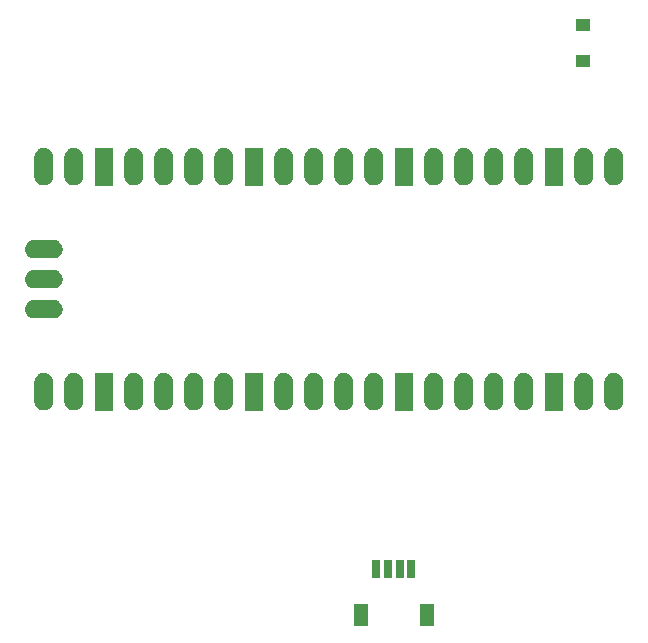
<source format=gbp>
G04 Layer: BottomPasteMaskLayer*
G04 EasyEDA v6.5.40, 2024-04-28 19:39:01*
G04 a67cddfb3fce44daa9051d46cbbcc19f,10*
G04 Gerber Generator version 0.2*
G04 Scale: 100 percent, Rotated: No, Reflected: No *
G04 Dimensions in millimeters *
G04 leading zeros omitted , absolute positions ,4 integer and 5 decimal *
%FSLAX45Y45*%
%MOMM*%

%AMMACRO1*21,1,$1,$2,0,0,$3*%
%AMMACRO2*4,1,4,-0.8,-1.5999,0.8,-1.5999,0.8,1.5999,-0.8,1.5999,-0.8,-1.5999,0*%
%AMMACRO3*4,1,4,-0.8001,-1.5999,0.8001,-1.5999,0.8001,1.5999,-0.8001,1.5999,-0.8001,-1.5999,0*%
%ADD10MACRO1,0.5999X1.5499X0.0000*%
%ADD11MACRO1,1.2002X1.7998X0.0000*%
%ADD12MACRO1,1.1999X1.7998X0.0000*%
%ADD13MACRO1,1X1.1999X90.0000*%
%ADD14MACRO2*%
%ADD15MACRO3*%
%ADD16C,0.0143*%

%LPD*%
D10*
G01*
X8049945Y543813D03*
G01*
X8149945Y543813D03*
G01*
X7849920Y543763D03*
G01*
X7949920Y543763D03*
D11*
G01*
X8279955Y156260D03*
D12*
G01*
X7719948Y156210D03*
D13*
G01*
X9599980Y5154968D03*
G01*
X9599980Y4844986D03*
G36*
X9782987Y3872484D02*
G01*
X9783572Y3862857D01*
X9785324Y3853357D01*
X9788194Y3844112D01*
X9792157Y3835323D01*
X9797161Y3827043D01*
X9803104Y3819448D01*
X9809937Y3812616D01*
X9817557Y3806647D01*
X9825812Y3801643D01*
X9834625Y3797680D01*
X9843846Y3794810D01*
X9853345Y3793083D01*
X9862997Y3792499D01*
X9872624Y3793083D01*
X9882149Y3794810D01*
X9891369Y3797680D01*
X9900183Y3801643D01*
X9908438Y3806647D01*
X9916033Y3812616D01*
X9922865Y3819448D01*
X9928834Y3827043D01*
X9933838Y3835323D01*
X9937800Y3844112D01*
X9940670Y3853357D01*
X9942398Y3862857D01*
X9942982Y3872484D01*
X9942982Y4032504D01*
X9942398Y4042130D01*
X9940670Y4051630D01*
X9937800Y4060850D01*
X9933838Y4069664D01*
X9928834Y4077944D01*
X9922865Y4085539D01*
X9916033Y4092371D01*
X9908438Y4098340D01*
X9900183Y4103319D01*
X9891369Y4107281D01*
X9882149Y4110177D01*
X9872624Y4111904D01*
X9862997Y4112488D01*
X9853345Y4111904D01*
X9843846Y4110177D01*
X9834625Y4107281D01*
X9825812Y4103319D01*
X9817557Y4098340D01*
X9809937Y4092371D01*
X9803104Y4085539D01*
X9797161Y4077944D01*
X9792157Y4069664D01*
X9788194Y4060850D01*
X9785324Y4051630D01*
X9783572Y4042130D01*
X9782987Y4032504D01*
G37*
G36*
X9528987Y3872484D02*
G01*
X9529572Y3862857D01*
X9531324Y3853357D01*
X9534194Y3844112D01*
X9538157Y3835323D01*
X9543161Y3827043D01*
X9549104Y3819448D01*
X9555937Y3812616D01*
X9563557Y3806647D01*
X9571812Y3801643D01*
X9580625Y3797680D01*
X9589846Y3794810D01*
X9599345Y3793083D01*
X9608997Y3792499D01*
X9618624Y3793083D01*
X9628149Y3794810D01*
X9637369Y3797680D01*
X9646183Y3801643D01*
X9654438Y3806647D01*
X9662033Y3812616D01*
X9668865Y3819448D01*
X9674834Y3827043D01*
X9679838Y3835323D01*
X9683800Y3844112D01*
X9686670Y3853357D01*
X9688398Y3862857D01*
X9688982Y3872484D01*
X9688982Y4032504D01*
X9688398Y4042130D01*
X9686670Y4051630D01*
X9683800Y4060850D01*
X9679838Y4069664D01*
X9674834Y4077944D01*
X9668865Y4085539D01*
X9662033Y4092371D01*
X9654438Y4098340D01*
X9646183Y4103319D01*
X9637369Y4107281D01*
X9628149Y4110177D01*
X9618624Y4111904D01*
X9608997Y4112488D01*
X9599345Y4111904D01*
X9589846Y4110177D01*
X9580625Y4107281D01*
X9571812Y4103319D01*
X9563557Y4098340D01*
X9555937Y4092371D01*
X9549104Y4085539D01*
X9543161Y4077944D01*
X9538157Y4069664D01*
X9534194Y4060850D01*
X9531324Y4051630D01*
X9529572Y4042130D01*
X9528987Y4032504D01*
G37*
D14*
G01*
X9354985Y3952494D03*
G36*
X9020987Y3872484D02*
G01*
X9021572Y3862857D01*
X9023324Y3853357D01*
X9026194Y3844112D01*
X9030157Y3835323D01*
X9035161Y3827043D01*
X9041104Y3819448D01*
X9047937Y3812616D01*
X9055557Y3806647D01*
X9063812Y3801643D01*
X9072625Y3797680D01*
X9081846Y3794810D01*
X9091345Y3793083D01*
X9100997Y3792499D01*
X9110649Y3793083D01*
X9120149Y3794810D01*
X9129369Y3797680D01*
X9138183Y3801643D01*
X9146438Y3806647D01*
X9154033Y3812616D01*
X9160865Y3819448D01*
X9166834Y3827043D01*
X9171838Y3835323D01*
X9175800Y3844112D01*
X9178670Y3853357D01*
X9180423Y3862857D01*
X9180982Y3872484D01*
X9180982Y4032504D01*
X9180423Y4042130D01*
X9178670Y4051630D01*
X9175800Y4060850D01*
X9171838Y4069664D01*
X9166834Y4077944D01*
X9160865Y4085539D01*
X9154033Y4092371D01*
X9146438Y4098340D01*
X9138183Y4103319D01*
X9129369Y4107281D01*
X9120149Y4110177D01*
X9110649Y4111904D01*
X9100997Y4112488D01*
X9091345Y4111904D01*
X9081846Y4110177D01*
X9072625Y4107281D01*
X9063812Y4103319D01*
X9055557Y4098340D01*
X9047937Y4092371D01*
X9041104Y4085539D01*
X9035161Y4077944D01*
X9030157Y4069664D01*
X9026194Y4060850D01*
X9023324Y4051630D01*
X9021572Y4042130D01*
X9020987Y4032504D01*
G37*
G36*
X8766987Y3872484D02*
G01*
X8767572Y3862857D01*
X8769324Y3853357D01*
X8772194Y3844112D01*
X8776157Y3835323D01*
X8781161Y3827043D01*
X8787104Y3819448D01*
X8793937Y3812616D01*
X8801557Y3806647D01*
X8809812Y3801643D01*
X8818625Y3797680D01*
X8827846Y3794810D01*
X8837345Y3793083D01*
X8846997Y3792499D01*
X8856649Y3793083D01*
X8866149Y3794810D01*
X8875369Y3797680D01*
X8884183Y3801643D01*
X8892438Y3806647D01*
X8900033Y3812616D01*
X8906865Y3819448D01*
X8912834Y3827043D01*
X8917838Y3835323D01*
X8921800Y3844112D01*
X8924670Y3853357D01*
X8926423Y3862857D01*
X8926982Y3872484D01*
X8926982Y4032504D01*
X8926423Y4042130D01*
X8924670Y4051630D01*
X8921800Y4060850D01*
X8917838Y4069664D01*
X8912834Y4077944D01*
X8906865Y4085539D01*
X8900033Y4092371D01*
X8892438Y4098340D01*
X8884183Y4103319D01*
X8875369Y4107281D01*
X8866149Y4110177D01*
X8856649Y4111904D01*
X8846997Y4112488D01*
X8837345Y4111904D01*
X8827846Y4110177D01*
X8818625Y4107281D01*
X8809812Y4103319D01*
X8801557Y4098340D01*
X8793937Y4092371D01*
X8787104Y4085539D01*
X8781161Y4077944D01*
X8776157Y4069664D01*
X8772194Y4060850D01*
X8769324Y4051630D01*
X8767572Y4042130D01*
X8766987Y4032504D01*
G37*
G36*
X8512987Y3872484D02*
G01*
X8513572Y3862857D01*
X8515324Y3853357D01*
X8518194Y3844112D01*
X8522157Y3835323D01*
X8527161Y3827043D01*
X8533104Y3819448D01*
X8539937Y3812616D01*
X8547557Y3806647D01*
X8555812Y3801643D01*
X8564625Y3797680D01*
X8573846Y3794810D01*
X8583345Y3793083D01*
X8592997Y3792499D01*
X8602649Y3793083D01*
X8612149Y3794810D01*
X8621369Y3797680D01*
X8630183Y3801643D01*
X8638438Y3806647D01*
X8646033Y3812616D01*
X8652865Y3819448D01*
X8658834Y3827043D01*
X8663838Y3835323D01*
X8667800Y3844112D01*
X8670670Y3853357D01*
X8672423Y3862857D01*
X8673007Y3872484D01*
X8673007Y4032504D01*
X8672423Y4042130D01*
X8670670Y4051630D01*
X8667800Y4060850D01*
X8663838Y4069664D01*
X8658834Y4077944D01*
X8652865Y4085539D01*
X8646033Y4092371D01*
X8638438Y4098340D01*
X8630183Y4103319D01*
X8621369Y4107281D01*
X8612149Y4110177D01*
X8602649Y4111904D01*
X8592997Y4112488D01*
X8583345Y4111904D01*
X8573846Y4110177D01*
X8564625Y4107281D01*
X8555812Y4103319D01*
X8547557Y4098340D01*
X8539937Y4092371D01*
X8533104Y4085539D01*
X8527161Y4077944D01*
X8522157Y4069664D01*
X8518194Y4060850D01*
X8515324Y4051630D01*
X8513572Y4042130D01*
X8512987Y4032504D01*
G37*
G36*
X8258987Y3872484D02*
G01*
X8259572Y3862857D01*
X8261324Y3853357D01*
X8264194Y3844112D01*
X8268157Y3835323D01*
X8273161Y3827043D01*
X8279104Y3819448D01*
X8285937Y3812616D01*
X8293557Y3806647D01*
X8301812Y3801643D01*
X8310625Y3797680D01*
X8319846Y3794810D01*
X8329345Y3793083D01*
X8338997Y3792499D01*
X8348649Y3793083D01*
X8358149Y3794810D01*
X8367369Y3797680D01*
X8376183Y3801643D01*
X8384438Y3806647D01*
X8392058Y3812616D01*
X8398865Y3819448D01*
X8404834Y3827043D01*
X8409838Y3835323D01*
X8413800Y3844112D01*
X8416670Y3853357D01*
X8418423Y3862857D01*
X8419007Y3872484D01*
X8419007Y4032504D01*
X8418423Y4042130D01*
X8416670Y4051630D01*
X8413800Y4060850D01*
X8409838Y4069664D01*
X8404834Y4077944D01*
X8398865Y4085539D01*
X8392058Y4092371D01*
X8384438Y4098340D01*
X8376183Y4103319D01*
X8367369Y4107281D01*
X8358149Y4110177D01*
X8348649Y4111904D01*
X8338997Y4112488D01*
X8329345Y4111904D01*
X8319846Y4110177D01*
X8310625Y4107281D01*
X8301812Y4103319D01*
X8293557Y4098340D01*
X8285937Y4092371D01*
X8279104Y4085539D01*
X8273161Y4077944D01*
X8268157Y4069664D01*
X8264194Y4060850D01*
X8261324Y4051630D01*
X8259572Y4042130D01*
X8258987Y4032504D01*
G37*
D15*
G01*
X8084997Y3952494D03*
G36*
X7750987Y3872484D02*
G01*
X7751572Y3862857D01*
X7753324Y3853357D01*
X7756194Y3844112D01*
X7760157Y3835323D01*
X7765161Y3827043D01*
X7771104Y3819448D01*
X7777937Y3812616D01*
X7785557Y3806647D01*
X7793812Y3801643D01*
X7802625Y3797680D01*
X7811846Y3794810D01*
X7821345Y3793083D01*
X7830997Y3792499D01*
X7840649Y3793083D01*
X7850149Y3794810D01*
X7859369Y3797680D01*
X7868183Y3801643D01*
X7876438Y3806647D01*
X7884058Y3812616D01*
X7890865Y3819448D01*
X7896834Y3827043D01*
X7901838Y3835323D01*
X7905800Y3844112D01*
X7908670Y3853357D01*
X7910423Y3862857D01*
X7911007Y3872484D01*
X7911007Y4032504D01*
X7910423Y4042130D01*
X7908670Y4051630D01*
X7905800Y4060850D01*
X7901838Y4069664D01*
X7896834Y4077944D01*
X7890865Y4085539D01*
X7884058Y4092371D01*
X7876438Y4098340D01*
X7868183Y4103319D01*
X7859369Y4107281D01*
X7850149Y4110177D01*
X7840649Y4111904D01*
X7830997Y4112488D01*
X7821345Y4111904D01*
X7811846Y4110177D01*
X7802625Y4107281D01*
X7793812Y4103319D01*
X7785557Y4098340D01*
X7777937Y4092371D01*
X7771104Y4085539D01*
X7765161Y4077944D01*
X7760157Y4069664D01*
X7756194Y4060850D01*
X7753324Y4051630D01*
X7751572Y4042130D01*
X7750987Y4032504D01*
G37*
G36*
X7496987Y3872484D02*
G01*
X7497572Y3862857D01*
X7499324Y3853357D01*
X7502194Y3844112D01*
X7506157Y3835323D01*
X7511161Y3827043D01*
X7517104Y3819448D01*
X7523937Y3812616D01*
X7531557Y3806647D01*
X7539812Y3801643D01*
X7548625Y3797680D01*
X7557846Y3794810D01*
X7567345Y3793083D01*
X7576997Y3792499D01*
X7586649Y3793083D01*
X7596149Y3794810D01*
X7605369Y3797680D01*
X7614183Y3801643D01*
X7622438Y3806647D01*
X7630058Y3812616D01*
X7636865Y3819448D01*
X7642834Y3827043D01*
X7647838Y3835323D01*
X7651800Y3844112D01*
X7654670Y3853357D01*
X7656423Y3862857D01*
X7657007Y3872484D01*
X7657007Y4032504D01*
X7656423Y4042130D01*
X7654670Y4051630D01*
X7651800Y4060850D01*
X7647838Y4069664D01*
X7642834Y4077944D01*
X7636865Y4085539D01*
X7630058Y4092371D01*
X7622438Y4098340D01*
X7614183Y4103319D01*
X7605369Y4107281D01*
X7596149Y4110177D01*
X7586649Y4111904D01*
X7576997Y4112488D01*
X7567345Y4111904D01*
X7557846Y4110177D01*
X7548625Y4107281D01*
X7539812Y4103319D01*
X7531557Y4098340D01*
X7523937Y4092371D01*
X7517104Y4085539D01*
X7511161Y4077944D01*
X7506157Y4069664D01*
X7502194Y4060850D01*
X7499324Y4051630D01*
X7497572Y4042130D01*
X7496987Y4032504D01*
G37*
G36*
X7242987Y3872484D02*
G01*
X7243572Y3862857D01*
X7245324Y3853357D01*
X7248194Y3844112D01*
X7252157Y3835323D01*
X7257161Y3827043D01*
X7263129Y3819448D01*
X7269937Y3812616D01*
X7277557Y3806647D01*
X7285812Y3801643D01*
X7294625Y3797680D01*
X7303846Y3794810D01*
X7313345Y3793083D01*
X7322997Y3792499D01*
X7332649Y3793083D01*
X7342149Y3794810D01*
X7351369Y3797680D01*
X7360183Y3801643D01*
X7368438Y3806647D01*
X7376058Y3812616D01*
X7382890Y3819448D01*
X7388834Y3827043D01*
X7393838Y3835323D01*
X7397800Y3844112D01*
X7400670Y3853357D01*
X7402423Y3862857D01*
X7403007Y3872484D01*
X7403007Y4032504D01*
X7402423Y4042130D01*
X7400670Y4051630D01*
X7397800Y4060850D01*
X7393838Y4069664D01*
X7388834Y4077944D01*
X7382890Y4085539D01*
X7376058Y4092371D01*
X7368438Y4098340D01*
X7360183Y4103319D01*
X7351369Y4107281D01*
X7342149Y4110177D01*
X7332649Y4111904D01*
X7322997Y4112488D01*
X7313345Y4111904D01*
X7303846Y4110177D01*
X7294625Y4107281D01*
X7285812Y4103319D01*
X7277557Y4098340D01*
X7269937Y4092371D01*
X7263129Y4085539D01*
X7257161Y4077944D01*
X7252157Y4069664D01*
X7248194Y4060850D01*
X7245324Y4051630D01*
X7243572Y4042130D01*
X7242987Y4032504D01*
G37*
G36*
X6988987Y3872484D02*
G01*
X6989572Y3862857D01*
X6991324Y3853357D01*
X6994194Y3844112D01*
X6998157Y3835323D01*
X7003161Y3827043D01*
X7009129Y3819448D01*
X7015937Y3812616D01*
X7023557Y3806647D01*
X7031812Y3801643D01*
X7040625Y3797680D01*
X7049846Y3794810D01*
X7059345Y3793083D01*
X7068997Y3792499D01*
X7078649Y3793083D01*
X7088149Y3794810D01*
X7097369Y3797680D01*
X7106183Y3801643D01*
X7114438Y3806647D01*
X7122058Y3812616D01*
X7128890Y3819448D01*
X7134834Y3827043D01*
X7139838Y3835323D01*
X7143800Y3844112D01*
X7146670Y3853357D01*
X7148423Y3862857D01*
X7149007Y3872484D01*
X7149007Y4032504D01*
X7148423Y4042130D01*
X7146670Y4051630D01*
X7143800Y4060850D01*
X7139838Y4069664D01*
X7134834Y4077944D01*
X7128890Y4085539D01*
X7122058Y4092371D01*
X7114438Y4098340D01*
X7106183Y4103319D01*
X7097369Y4107281D01*
X7088149Y4110177D01*
X7078649Y4111904D01*
X7068997Y4112488D01*
X7059345Y4111904D01*
X7049846Y4110177D01*
X7040625Y4107281D01*
X7031812Y4103319D01*
X7023557Y4098340D01*
X7015937Y4092371D01*
X7009129Y4085539D01*
X7003161Y4077944D01*
X6998157Y4069664D01*
X6994194Y4060850D01*
X6991324Y4051630D01*
X6989572Y4042130D01*
X6988987Y4032504D01*
G37*
G01*
X6814997Y3952494D03*
G36*
X6480987Y3872484D02*
G01*
X6481572Y3862857D01*
X6483324Y3853357D01*
X6486194Y3844112D01*
X6490157Y3835323D01*
X6495161Y3827043D01*
X6501129Y3819448D01*
X6507937Y3812616D01*
X6515557Y3806647D01*
X6523812Y3801643D01*
X6532625Y3797680D01*
X6541846Y3794810D01*
X6551345Y3793083D01*
X6560997Y3792499D01*
X6570649Y3793083D01*
X6580149Y3794810D01*
X6589369Y3797680D01*
X6598183Y3801643D01*
X6606438Y3806647D01*
X6614058Y3812616D01*
X6620890Y3819448D01*
X6626834Y3827043D01*
X6631838Y3835323D01*
X6635800Y3844112D01*
X6638670Y3853357D01*
X6640423Y3862857D01*
X6641007Y3872484D01*
X6641007Y4032504D01*
X6640423Y4042130D01*
X6638670Y4051630D01*
X6635800Y4060850D01*
X6631838Y4069664D01*
X6626834Y4077944D01*
X6620890Y4085539D01*
X6614058Y4092371D01*
X6606438Y4098340D01*
X6598183Y4103319D01*
X6589369Y4107281D01*
X6580149Y4110177D01*
X6570649Y4111904D01*
X6560997Y4112488D01*
X6551345Y4111904D01*
X6541846Y4110177D01*
X6532625Y4107281D01*
X6523812Y4103319D01*
X6515557Y4098340D01*
X6507937Y4092371D01*
X6501129Y4085539D01*
X6495161Y4077944D01*
X6490157Y4069664D01*
X6486194Y4060850D01*
X6483324Y4051630D01*
X6481572Y4042130D01*
X6480987Y4032504D01*
G37*
G36*
X6226987Y3872484D02*
G01*
X6227572Y3862857D01*
X6229324Y3853357D01*
X6232194Y3844112D01*
X6236157Y3835323D01*
X6241161Y3827043D01*
X6247129Y3819448D01*
X6253962Y3812616D01*
X6261557Y3806647D01*
X6269812Y3801643D01*
X6278625Y3797680D01*
X6287846Y3794810D01*
X6297345Y3793083D01*
X6306997Y3792499D01*
X6316649Y3793083D01*
X6326149Y3794810D01*
X6335369Y3797680D01*
X6344183Y3801643D01*
X6352438Y3806647D01*
X6360058Y3812616D01*
X6366890Y3819448D01*
X6372834Y3827043D01*
X6377838Y3835323D01*
X6381800Y3844112D01*
X6384670Y3853357D01*
X6386423Y3862857D01*
X6387007Y3872484D01*
X6387007Y4032504D01*
X6386423Y4042130D01*
X6384670Y4051630D01*
X6381800Y4060850D01*
X6377838Y4069664D01*
X6372834Y4077944D01*
X6366890Y4085539D01*
X6360058Y4092371D01*
X6352438Y4098340D01*
X6344183Y4103319D01*
X6335369Y4107281D01*
X6326149Y4110177D01*
X6316649Y4111904D01*
X6306997Y4112488D01*
X6297345Y4111904D01*
X6287846Y4110177D01*
X6278625Y4107281D01*
X6269812Y4103319D01*
X6261557Y4098340D01*
X6253962Y4092371D01*
X6247129Y4085539D01*
X6241161Y4077944D01*
X6236157Y4069664D01*
X6232194Y4060850D01*
X6229324Y4051630D01*
X6227572Y4042130D01*
X6226987Y4032504D01*
G37*
G36*
X5973013Y3872484D02*
G01*
X5973572Y3862857D01*
X5975324Y3853357D01*
X5978194Y3844112D01*
X5982157Y3835323D01*
X5987161Y3827043D01*
X5993129Y3819448D01*
X5999962Y3812616D01*
X6007557Y3806647D01*
X6015812Y3801643D01*
X6024625Y3797680D01*
X6033846Y3794810D01*
X6043345Y3793083D01*
X6052997Y3792499D01*
X6062649Y3793083D01*
X6072149Y3794810D01*
X6081369Y3797680D01*
X6090183Y3801643D01*
X6098438Y3806647D01*
X6106058Y3812616D01*
X6112890Y3819448D01*
X6118834Y3827043D01*
X6123838Y3835323D01*
X6127800Y3844112D01*
X6130670Y3853357D01*
X6132423Y3862857D01*
X6133007Y3872484D01*
X6133007Y4032504D01*
X6132423Y4042130D01*
X6130670Y4051630D01*
X6127800Y4060850D01*
X6123838Y4069664D01*
X6118834Y4077944D01*
X6112890Y4085539D01*
X6106058Y4092371D01*
X6098438Y4098340D01*
X6090183Y4103319D01*
X6081369Y4107281D01*
X6072149Y4110177D01*
X6062649Y4111904D01*
X6052997Y4112488D01*
X6043345Y4111904D01*
X6033846Y4110177D01*
X6024625Y4107281D01*
X6015812Y4103319D01*
X6007557Y4098340D01*
X5999962Y4092371D01*
X5993129Y4085539D01*
X5987161Y4077944D01*
X5982157Y4069664D01*
X5978194Y4060850D01*
X5975324Y4051630D01*
X5973572Y4042130D01*
X5973013Y4032504D01*
G37*
G36*
X5719013Y3872484D02*
G01*
X5719572Y3862857D01*
X5721324Y3853357D01*
X5724194Y3844112D01*
X5728157Y3835323D01*
X5733161Y3827043D01*
X5739129Y3819448D01*
X5745962Y3812616D01*
X5753557Y3806647D01*
X5761812Y3801643D01*
X5770625Y3797680D01*
X5779846Y3794810D01*
X5789345Y3793083D01*
X5798997Y3792499D01*
X5808649Y3793083D01*
X5818149Y3794810D01*
X5827369Y3797680D01*
X5836183Y3801643D01*
X5844438Y3806647D01*
X5852058Y3812616D01*
X5858890Y3819448D01*
X5864834Y3827043D01*
X5869838Y3835323D01*
X5873800Y3844112D01*
X5876670Y3853357D01*
X5878423Y3862857D01*
X5879007Y3872484D01*
X5879007Y4032504D01*
X5878423Y4042130D01*
X5876670Y4051630D01*
X5873800Y4060850D01*
X5869838Y4069664D01*
X5864834Y4077944D01*
X5858890Y4085539D01*
X5852058Y4092371D01*
X5844438Y4098340D01*
X5836183Y4103319D01*
X5827369Y4107281D01*
X5818149Y4110177D01*
X5808649Y4111904D01*
X5798997Y4112488D01*
X5789345Y4111904D01*
X5779846Y4110177D01*
X5770625Y4107281D01*
X5761812Y4103319D01*
X5753557Y4098340D01*
X5745962Y4092371D01*
X5739129Y4085539D01*
X5733161Y4077944D01*
X5728157Y4069664D01*
X5724194Y4060850D01*
X5721324Y4051630D01*
X5719572Y4042130D01*
X5719013Y4032504D01*
G37*
D14*
G01*
X5545010Y3952494D03*
G36*
X5211013Y3872484D02*
G01*
X5211597Y3862857D01*
X5213324Y3853357D01*
X5216194Y3844112D01*
X5220157Y3835323D01*
X5225161Y3827043D01*
X5231129Y3819448D01*
X5237962Y3812616D01*
X5245557Y3806647D01*
X5253812Y3801643D01*
X5262625Y3797680D01*
X5271846Y3794810D01*
X5281371Y3793083D01*
X5290997Y3792499D01*
X5300649Y3793083D01*
X5310149Y3794810D01*
X5319369Y3797680D01*
X5328183Y3801643D01*
X5336438Y3806647D01*
X5344058Y3812616D01*
X5350890Y3819448D01*
X5356834Y3827043D01*
X5361838Y3835323D01*
X5365800Y3844112D01*
X5368670Y3853357D01*
X5370423Y3862857D01*
X5371007Y3872484D01*
X5371007Y4032504D01*
X5370423Y4042130D01*
X5368670Y4051630D01*
X5365800Y4060850D01*
X5361838Y4069664D01*
X5356834Y4077944D01*
X5350890Y4085539D01*
X5344058Y4092371D01*
X5336438Y4098340D01*
X5328183Y4103319D01*
X5319369Y4107281D01*
X5310149Y4110177D01*
X5300649Y4111904D01*
X5290997Y4112488D01*
X5281371Y4111904D01*
X5271846Y4110177D01*
X5262625Y4107281D01*
X5253812Y4103319D01*
X5245557Y4098340D01*
X5237962Y4092371D01*
X5231129Y4085539D01*
X5225161Y4077944D01*
X5220157Y4069664D01*
X5216194Y4060850D01*
X5213324Y4051630D01*
X5211597Y4042130D01*
X5211013Y4032504D01*
G37*
G36*
X4957013Y3872484D02*
G01*
X4957597Y3862857D01*
X4959324Y3853357D01*
X4962194Y3844112D01*
X4966157Y3835323D01*
X4971161Y3827043D01*
X4977129Y3819448D01*
X4983962Y3812616D01*
X4991557Y3806647D01*
X4999812Y3801643D01*
X5008625Y3797680D01*
X5017846Y3794810D01*
X5027371Y3793083D01*
X5036997Y3792499D01*
X5046649Y3793083D01*
X5056149Y3794810D01*
X5065369Y3797680D01*
X5074183Y3801643D01*
X5082438Y3806647D01*
X5090058Y3812616D01*
X5096890Y3819448D01*
X5102834Y3827043D01*
X5107838Y3835323D01*
X5111800Y3844112D01*
X5114670Y3853357D01*
X5116423Y3862857D01*
X5117007Y3872484D01*
X5117007Y4032504D01*
X5116423Y4042130D01*
X5114670Y4051630D01*
X5111800Y4060850D01*
X5107838Y4069664D01*
X5102834Y4077944D01*
X5096890Y4085539D01*
X5090058Y4092371D01*
X5082438Y4098340D01*
X5074183Y4103319D01*
X5065369Y4107281D01*
X5056149Y4110177D01*
X5046649Y4111904D01*
X5036997Y4112488D01*
X5027371Y4111904D01*
X5017846Y4110177D01*
X5008625Y4107281D01*
X4999812Y4103319D01*
X4991557Y4098340D01*
X4983962Y4092371D01*
X4977129Y4085539D01*
X4971161Y4077944D01*
X4966157Y4069664D01*
X4962194Y4060850D01*
X4959324Y4051630D01*
X4957597Y4042130D01*
X4957013Y4032504D01*
G37*
G36*
X4957013Y1967484D02*
G01*
X4957597Y1957857D01*
X4959324Y1948357D01*
X4962194Y1939137D01*
X4966157Y1930323D01*
X4971161Y1922043D01*
X4977129Y1914448D01*
X4983962Y1907616D01*
X4991557Y1901647D01*
X4999812Y1896668D01*
X5008625Y1892706D01*
X5017846Y1889810D01*
X5027371Y1888083D01*
X5036997Y1887499D01*
X5046649Y1888083D01*
X5056149Y1889810D01*
X5065369Y1892706D01*
X5074183Y1896668D01*
X5082438Y1901647D01*
X5090058Y1907616D01*
X5096890Y1914448D01*
X5102834Y1922043D01*
X5107838Y1930323D01*
X5111800Y1939137D01*
X5114670Y1948357D01*
X5116423Y1957857D01*
X5117007Y1967484D01*
X5117007Y2127504D01*
X5116423Y2137130D01*
X5114670Y2146630D01*
X5111800Y2155875D01*
X5107838Y2164664D01*
X5102834Y2172944D01*
X5096890Y2180539D01*
X5090058Y2187371D01*
X5082438Y2193340D01*
X5074183Y2198344D01*
X5065369Y2202306D01*
X5056149Y2205177D01*
X5046649Y2206904D01*
X5036997Y2207488D01*
X5027371Y2206904D01*
X5017846Y2205177D01*
X5008625Y2202306D01*
X4999812Y2198344D01*
X4991557Y2193340D01*
X4983962Y2187371D01*
X4977129Y2180539D01*
X4971161Y2172944D01*
X4966157Y2164664D01*
X4962194Y2155875D01*
X4959324Y2146630D01*
X4957597Y2137130D01*
X4957013Y2127504D01*
G37*
G36*
X5211013Y1967484D02*
G01*
X5211597Y1957857D01*
X5213324Y1948357D01*
X5216194Y1939137D01*
X5220157Y1930323D01*
X5225161Y1922043D01*
X5231129Y1914448D01*
X5237962Y1907616D01*
X5245557Y1901647D01*
X5253812Y1896668D01*
X5262625Y1892706D01*
X5271846Y1889810D01*
X5281371Y1888083D01*
X5290997Y1887499D01*
X5300649Y1888083D01*
X5310149Y1889810D01*
X5319369Y1892706D01*
X5328183Y1896668D01*
X5336438Y1901647D01*
X5344058Y1907616D01*
X5350890Y1914448D01*
X5356834Y1922043D01*
X5361838Y1930323D01*
X5365800Y1939137D01*
X5368670Y1948357D01*
X5370423Y1957857D01*
X5371007Y1967484D01*
X5371007Y2127504D01*
X5370423Y2137130D01*
X5368670Y2146630D01*
X5365800Y2155875D01*
X5361838Y2164664D01*
X5356834Y2172944D01*
X5350890Y2180539D01*
X5344058Y2187371D01*
X5336438Y2193340D01*
X5328183Y2198344D01*
X5319369Y2202306D01*
X5310149Y2205177D01*
X5300649Y2206904D01*
X5290997Y2207488D01*
X5281371Y2206904D01*
X5271846Y2205177D01*
X5262625Y2202306D01*
X5253812Y2198344D01*
X5245557Y2193340D01*
X5237962Y2187371D01*
X5231129Y2180539D01*
X5225161Y2172944D01*
X5220157Y2164664D01*
X5216194Y2155875D01*
X5213324Y2146630D01*
X5211597Y2137130D01*
X5211013Y2127504D01*
G37*
G01*
X5545010Y2047494D03*
G36*
X5719013Y1967484D02*
G01*
X5719572Y1957857D01*
X5721324Y1948357D01*
X5724194Y1939137D01*
X5728157Y1930323D01*
X5733161Y1922043D01*
X5739129Y1914448D01*
X5745962Y1907616D01*
X5753557Y1901647D01*
X5761812Y1896668D01*
X5770625Y1892706D01*
X5779846Y1889810D01*
X5789345Y1888083D01*
X5798997Y1887499D01*
X5808649Y1888083D01*
X5818149Y1889810D01*
X5827369Y1892706D01*
X5836183Y1896668D01*
X5844438Y1901647D01*
X5852058Y1907616D01*
X5858890Y1914448D01*
X5864834Y1922043D01*
X5869838Y1930323D01*
X5873800Y1939137D01*
X5876670Y1948357D01*
X5878423Y1957857D01*
X5879007Y1967484D01*
X5879007Y2127504D01*
X5878423Y2137130D01*
X5876670Y2146630D01*
X5873800Y2155875D01*
X5869838Y2164664D01*
X5864834Y2172944D01*
X5858890Y2180539D01*
X5852058Y2187371D01*
X5844438Y2193340D01*
X5836183Y2198344D01*
X5827369Y2202306D01*
X5818149Y2205177D01*
X5808649Y2206904D01*
X5798997Y2207488D01*
X5789345Y2206904D01*
X5779846Y2205177D01*
X5770625Y2202306D01*
X5761812Y2198344D01*
X5753557Y2193340D01*
X5745962Y2187371D01*
X5739129Y2180539D01*
X5733161Y2172944D01*
X5728157Y2164664D01*
X5724194Y2155875D01*
X5721324Y2146630D01*
X5719572Y2137130D01*
X5719013Y2127504D01*
G37*
G36*
X5973013Y1967484D02*
G01*
X5973572Y1957857D01*
X5975324Y1948357D01*
X5978194Y1939137D01*
X5982157Y1930323D01*
X5987161Y1922043D01*
X5993129Y1914448D01*
X5999962Y1907616D01*
X6007557Y1901647D01*
X6015812Y1896668D01*
X6024625Y1892706D01*
X6033846Y1889810D01*
X6043345Y1888083D01*
X6052997Y1887499D01*
X6062649Y1888083D01*
X6072149Y1889810D01*
X6081369Y1892706D01*
X6090183Y1896668D01*
X6098438Y1901647D01*
X6106058Y1907616D01*
X6112890Y1914448D01*
X6118834Y1922043D01*
X6123838Y1930323D01*
X6127800Y1939137D01*
X6130670Y1948357D01*
X6132423Y1957857D01*
X6133007Y1967484D01*
X6133007Y2127504D01*
X6132423Y2137130D01*
X6130670Y2146630D01*
X6127800Y2155875D01*
X6123838Y2164664D01*
X6118834Y2172944D01*
X6112890Y2180539D01*
X6106058Y2187371D01*
X6098438Y2193340D01*
X6090183Y2198344D01*
X6081369Y2202306D01*
X6072149Y2205177D01*
X6062649Y2206904D01*
X6052997Y2207488D01*
X6043345Y2206904D01*
X6033846Y2205177D01*
X6024625Y2202306D01*
X6015812Y2198344D01*
X6007557Y2193340D01*
X5999962Y2187371D01*
X5993129Y2180539D01*
X5987161Y2172944D01*
X5982157Y2164664D01*
X5978194Y2155875D01*
X5975324Y2146630D01*
X5973572Y2137130D01*
X5973013Y2127504D01*
G37*
G36*
X6226987Y1967484D02*
G01*
X6227572Y1957857D01*
X6229324Y1948357D01*
X6232194Y1939137D01*
X6236157Y1930323D01*
X6241161Y1922043D01*
X6247129Y1914448D01*
X6253962Y1907616D01*
X6261557Y1901647D01*
X6269812Y1896668D01*
X6278625Y1892706D01*
X6287846Y1889810D01*
X6297345Y1888083D01*
X6306997Y1887499D01*
X6316649Y1888083D01*
X6326149Y1889810D01*
X6335369Y1892706D01*
X6344183Y1896668D01*
X6352438Y1901647D01*
X6360058Y1907616D01*
X6366890Y1914448D01*
X6372834Y1922043D01*
X6377838Y1930323D01*
X6381800Y1939137D01*
X6384670Y1948357D01*
X6386423Y1957857D01*
X6387007Y1967484D01*
X6387007Y2127504D01*
X6386423Y2137130D01*
X6384670Y2146630D01*
X6381800Y2155875D01*
X6377838Y2164664D01*
X6372834Y2172944D01*
X6366890Y2180539D01*
X6360058Y2187371D01*
X6352438Y2193340D01*
X6344183Y2198344D01*
X6335369Y2202306D01*
X6326149Y2205177D01*
X6316649Y2206904D01*
X6306997Y2207488D01*
X6297345Y2206904D01*
X6287846Y2205177D01*
X6278625Y2202306D01*
X6269812Y2198344D01*
X6261557Y2193340D01*
X6253962Y2187371D01*
X6247129Y2180539D01*
X6241161Y2172944D01*
X6236157Y2164664D01*
X6232194Y2155875D01*
X6229324Y2146630D01*
X6227572Y2137130D01*
X6226987Y2127504D01*
G37*
G36*
X6480987Y1967484D02*
G01*
X6481572Y1957857D01*
X6483324Y1948357D01*
X6486194Y1939137D01*
X6490157Y1930323D01*
X6495161Y1922043D01*
X6501129Y1914448D01*
X6507937Y1907616D01*
X6515557Y1901647D01*
X6523812Y1896668D01*
X6532625Y1892706D01*
X6541846Y1889810D01*
X6551345Y1888083D01*
X6560997Y1887499D01*
X6570649Y1888083D01*
X6580149Y1889810D01*
X6589369Y1892706D01*
X6598183Y1896668D01*
X6606438Y1901647D01*
X6614058Y1907616D01*
X6620890Y1914448D01*
X6626834Y1922043D01*
X6631838Y1930323D01*
X6635800Y1939137D01*
X6638670Y1948357D01*
X6640423Y1957857D01*
X6641007Y1967484D01*
X6641007Y2127504D01*
X6640423Y2137130D01*
X6638670Y2146630D01*
X6635800Y2155875D01*
X6631838Y2164664D01*
X6626834Y2172944D01*
X6620890Y2180539D01*
X6614058Y2187371D01*
X6606438Y2193340D01*
X6598183Y2198344D01*
X6589369Y2202306D01*
X6580149Y2205177D01*
X6570649Y2206904D01*
X6560997Y2207488D01*
X6551345Y2206904D01*
X6541846Y2205177D01*
X6532625Y2202306D01*
X6523812Y2198344D01*
X6515557Y2193340D01*
X6507937Y2187371D01*
X6501129Y2180539D01*
X6495161Y2172944D01*
X6490157Y2164664D01*
X6486194Y2155875D01*
X6483324Y2146630D01*
X6481572Y2137130D01*
X6480987Y2127504D01*
G37*
D15*
G01*
X6814997Y2047494D03*
G36*
X6988987Y1967484D02*
G01*
X6989572Y1957857D01*
X6991324Y1948357D01*
X6994194Y1939137D01*
X6998157Y1930323D01*
X7003161Y1922043D01*
X7009129Y1914448D01*
X7015937Y1907616D01*
X7023557Y1901647D01*
X7031812Y1896668D01*
X7040625Y1892706D01*
X7049846Y1889810D01*
X7059345Y1888083D01*
X7068997Y1887499D01*
X7078649Y1888083D01*
X7088149Y1889810D01*
X7097369Y1892706D01*
X7106183Y1896668D01*
X7114438Y1901647D01*
X7122058Y1907616D01*
X7128890Y1914448D01*
X7134834Y1922043D01*
X7139838Y1930323D01*
X7143800Y1939137D01*
X7146670Y1948357D01*
X7148423Y1957857D01*
X7149007Y1967484D01*
X7149007Y2127504D01*
X7148423Y2137130D01*
X7146670Y2146630D01*
X7143800Y2155875D01*
X7139838Y2164664D01*
X7134834Y2172944D01*
X7128890Y2180539D01*
X7122058Y2187371D01*
X7114438Y2193340D01*
X7106183Y2198344D01*
X7097369Y2202306D01*
X7088149Y2205177D01*
X7078649Y2206904D01*
X7068997Y2207488D01*
X7059345Y2206904D01*
X7049846Y2205177D01*
X7040625Y2202306D01*
X7031812Y2198344D01*
X7023557Y2193340D01*
X7015937Y2187371D01*
X7009129Y2180539D01*
X7003161Y2172944D01*
X6998157Y2164664D01*
X6994194Y2155875D01*
X6991324Y2146630D01*
X6989572Y2137130D01*
X6988987Y2127504D01*
G37*
G36*
X7242987Y1967484D02*
G01*
X7243572Y1957857D01*
X7245324Y1948357D01*
X7248194Y1939137D01*
X7252157Y1930323D01*
X7257161Y1922043D01*
X7263129Y1914448D01*
X7269937Y1907616D01*
X7277557Y1901647D01*
X7285812Y1896668D01*
X7294625Y1892706D01*
X7303846Y1889810D01*
X7313345Y1888083D01*
X7322997Y1887499D01*
X7332649Y1888083D01*
X7342149Y1889810D01*
X7351369Y1892706D01*
X7360183Y1896668D01*
X7368438Y1901647D01*
X7376058Y1907616D01*
X7382890Y1914448D01*
X7388834Y1922043D01*
X7393838Y1930323D01*
X7397800Y1939137D01*
X7400670Y1948357D01*
X7402423Y1957857D01*
X7403007Y1967484D01*
X7403007Y2127504D01*
X7402423Y2137130D01*
X7400670Y2146630D01*
X7397800Y2155875D01*
X7393838Y2164664D01*
X7388834Y2172944D01*
X7382890Y2180539D01*
X7376058Y2187371D01*
X7368438Y2193340D01*
X7360183Y2198344D01*
X7351369Y2202306D01*
X7342149Y2205177D01*
X7332649Y2206904D01*
X7322997Y2207488D01*
X7313345Y2206904D01*
X7303846Y2205177D01*
X7294625Y2202306D01*
X7285812Y2198344D01*
X7277557Y2193340D01*
X7269937Y2187371D01*
X7263129Y2180539D01*
X7257161Y2172944D01*
X7252157Y2164664D01*
X7248194Y2155875D01*
X7245324Y2146630D01*
X7243572Y2137130D01*
X7242987Y2127504D01*
G37*
G36*
X7496987Y1967484D02*
G01*
X7497572Y1957857D01*
X7499324Y1948357D01*
X7502194Y1939137D01*
X7506157Y1930323D01*
X7511161Y1922043D01*
X7517104Y1914448D01*
X7523937Y1907616D01*
X7531557Y1901647D01*
X7539812Y1896668D01*
X7548625Y1892706D01*
X7557846Y1889810D01*
X7567345Y1888083D01*
X7576997Y1887499D01*
X7586649Y1888083D01*
X7596149Y1889810D01*
X7605369Y1892706D01*
X7614183Y1896668D01*
X7622438Y1901647D01*
X7630058Y1907616D01*
X7636865Y1914448D01*
X7642834Y1922043D01*
X7647838Y1930323D01*
X7651800Y1939137D01*
X7654670Y1948357D01*
X7656423Y1957857D01*
X7657007Y1967484D01*
X7657007Y2127504D01*
X7656423Y2137130D01*
X7654670Y2146630D01*
X7651800Y2155875D01*
X7647838Y2164664D01*
X7642834Y2172944D01*
X7636865Y2180539D01*
X7630058Y2187371D01*
X7622438Y2193340D01*
X7614183Y2198344D01*
X7605369Y2202306D01*
X7596149Y2205177D01*
X7586649Y2206904D01*
X7576997Y2207488D01*
X7567345Y2206904D01*
X7557846Y2205177D01*
X7548625Y2202306D01*
X7539812Y2198344D01*
X7531557Y2193340D01*
X7523937Y2187371D01*
X7517104Y2180539D01*
X7511161Y2172944D01*
X7506157Y2164664D01*
X7502194Y2155875D01*
X7499324Y2146630D01*
X7497572Y2137130D01*
X7496987Y2127504D01*
G37*
G36*
X7750987Y1967484D02*
G01*
X7751572Y1957857D01*
X7753324Y1948357D01*
X7756194Y1939137D01*
X7760157Y1930323D01*
X7765161Y1922043D01*
X7771104Y1914448D01*
X7777937Y1907616D01*
X7785557Y1901647D01*
X7793812Y1896668D01*
X7802625Y1892706D01*
X7811846Y1889810D01*
X7821345Y1888083D01*
X7830997Y1887499D01*
X7840649Y1888083D01*
X7850149Y1889810D01*
X7859369Y1892706D01*
X7868183Y1896668D01*
X7876438Y1901647D01*
X7884058Y1907616D01*
X7890865Y1914448D01*
X7896834Y1922043D01*
X7901838Y1930323D01*
X7905800Y1939137D01*
X7908670Y1948357D01*
X7910423Y1957857D01*
X7911007Y1967484D01*
X7911007Y2127504D01*
X7910423Y2137130D01*
X7908670Y2146630D01*
X7905800Y2155875D01*
X7901838Y2164664D01*
X7896834Y2172944D01*
X7890865Y2180539D01*
X7884058Y2187371D01*
X7876438Y2193340D01*
X7868183Y2198344D01*
X7859369Y2202306D01*
X7850149Y2205177D01*
X7840649Y2206904D01*
X7830997Y2207488D01*
X7821345Y2206904D01*
X7811846Y2205177D01*
X7802625Y2202306D01*
X7793812Y2198344D01*
X7785557Y2193340D01*
X7777937Y2187371D01*
X7771104Y2180539D01*
X7765161Y2172944D01*
X7760157Y2164664D01*
X7756194Y2155875D01*
X7753324Y2146630D01*
X7751572Y2137130D01*
X7750987Y2127504D01*
G37*
G01*
X8084997Y2047494D03*
G36*
X8258987Y1967484D02*
G01*
X8259572Y1957857D01*
X8261324Y1948357D01*
X8264194Y1939137D01*
X8268157Y1930323D01*
X8273161Y1922043D01*
X8279104Y1914448D01*
X8285937Y1907616D01*
X8293557Y1901647D01*
X8301812Y1896668D01*
X8310625Y1892706D01*
X8319846Y1889810D01*
X8329345Y1888083D01*
X8338997Y1887499D01*
X8348649Y1888083D01*
X8358149Y1889810D01*
X8367369Y1892706D01*
X8376183Y1896668D01*
X8384438Y1901647D01*
X8392058Y1907616D01*
X8398865Y1914448D01*
X8404834Y1922043D01*
X8409838Y1930323D01*
X8413800Y1939137D01*
X8416670Y1948357D01*
X8418423Y1957857D01*
X8419007Y1967484D01*
X8419007Y2127504D01*
X8418423Y2137130D01*
X8416670Y2146630D01*
X8413800Y2155875D01*
X8409838Y2164664D01*
X8404834Y2172944D01*
X8398865Y2180539D01*
X8392058Y2187371D01*
X8384438Y2193340D01*
X8376183Y2198344D01*
X8367369Y2202306D01*
X8358149Y2205177D01*
X8348649Y2206904D01*
X8338997Y2207488D01*
X8329345Y2206904D01*
X8319846Y2205177D01*
X8310625Y2202306D01*
X8301812Y2198344D01*
X8293557Y2193340D01*
X8285937Y2187371D01*
X8279104Y2180539D01*
X8273161Y2172944D01*
X8268157Y2164664D01*
X8264194Y2155875D01*
X8261324Y2146630D01*
X8259572Y2137130D01*
X8258987Y2127504D01*
G37*
G36*
X8512987Y1967484D02*
G01*
X8513572Y1957857D01*
X8515324Y1948357D01*
X8518194Y1939137D01*
X8522157Y1930323D01*
X8527161Y1922043D01*
X8533104Y1914448D01*
X8539937Y1907616D01*
X8547557Y1901647D01*
X8555812Y1896668D01*
X8564625Y1892706D01*
X8573846Y1889810D01*
X8583345Y1888083D01*
X8592997Y1887499D01*
X8602649Y1888083D01*
X8612149Y1889810D01*
X8621369Y1892706D01*
X8630183Y1896668D01*
X8638438Y1901647D01*
X8646033Y1907616D01*
X8652865Y1914448D01*
X8658834Y1922043D01*
X8663838Y1930323D01*
X8667800Y1939137D01*
X8670670Y1948357D01*
X8672423Y1957857D01*
X8673007Y1967484D01*
X8673007Y2127504D01*
X8672423Y2137130D01*
X8670670Y2146630D01*
X8667800Y2155875D01*
X8663838Y2164664D01*
X8658834Y2172944D01*
X8652865Y2180539D01*
X8646033Y2187371D01*
X8638438Y2193340D01*
X8630183Y2198344D01*
X8621369Y2202306D01*
X8612149Y2205177D01*
X8602649Y2206904D01*
X8592997Y2207488D01*
X8583345Y2206904D01*
X8573846Y2205177D01*
X8564625Y2202306D01*
X8555812Y2198344D01*
X8547557Y2193340D01*
X8539937Y2187371D01*
X8533104Y2180539D01*
X8527161Y2172944D01*
X8522157Y2164664D01*
X8518194Y2155875D01*
X8515324Y2146630D01*
X8513572Y2137130D01*
X8512987Y2127504D01*
G37*
G36*
X8766987Y1967484D02*
G01*
X8767572Y1957857D01*
X8769324Y1948357D01*
X8772194Y1939137D01*
X8776157Y1930323D01*
X8781161Y1922043D01*
X8787104Y1914448D01*
X8793937Y1907616D01*
X8801557Y1901647D01*
X8809812Y1896668D01*
X8818625Y1892706D01*
X8827846Y1889810D01*
X8837345Y1888083D01*
X8846997Y1887499D01*
X8856649Y1888083D01*
X8866149Y1889810D01*
X8875369Y1892706D01*
X8884183Y1896668D01*
X8892438Y1901647D01*
X8900033Y1907616D01*
X8906865Y1914448D01*
X8912834Y1922043D01*
X8917838Y1930323D01*
X8921800Y1939137D01*
X8924670Y1948357D01*
X8926423Y1957857D01*
X8926982Y1967484D01*
X8926982Y2127504D01*
X8926423Y2137130D01*
X8924670Y2146630D01*
X8921800Y2155875D01*
X8917838Y2164664D01*
X8912834Y2172944D01*
X8906865Y2180539D01*
X8900033Y2187371D01*
X8892438Y2193340D01*
X8884183Y2198344D01*
X8875369Y2202306D01*
X8866149Y2205177D01*
X8856649Y2206904D01*
X8846997Y2207488D01*
X8837345Y2206904D01*
X8827846Y2205177D01*
X8818625Y2202306D01*
X8809812Y2198344D01*
X8801557Y2193340D01*
X8793937Y2187371D01*
X8787104Y2180539D01*
X8781161Y2172944D01*
X8776157Y2164664D01*
X8772194Y2155875D01*
X8769324Y2146630D01*
X8767572Y2137130D01*
X8766987Y2127504D01*
G37*
G36*
X9020987Y1967484D02*
G01*
X9021572Y1957857D01*
X9023324Y1948357D01*
X9026194Y1939137D01*
X9030157Y1930323D01*
X9035161Y1922043D01*
X9041104Y1914448D01*
X9047937Y1907616D01*
X9055557Y1901647D01*
X9063812Y1896668D01*
X9072625Y1892706D01*
X9081846Y1889810D01*
X9091345Y1888083D01*
X9100997Y1887499D01*
X9110649Y1888083D01*
X9120149Y1889810D01*
X9129369Y1892706D01*
X9138183Y1896668D01*
X9146438Y1901647D01*
X9154033Y1907616D01*
X9160865Y1914448D01*
X9166834Y1922043D01*
X9171838Y1930323D01*
X9175800Y1939137D01*
X9178670Y1948357D01*
X9180423Y1957857D01*
X9180982Y1967484D01*
X9180982Y2127504D01*
X9180423Y2137130D01*
X9178670Y2146630D01*
X9175800Y2155875D01*
X9171838Y2164664D01*
X9166834Y2172944D01*
X9160865Y2180539D01*
X9154033Y2187371D01*
X9146438Y2193340D01*
X9138183Y2198344D01*
X9129369Y2202306D01*
X9120149Y2205177D01*
X9110649Y2206904D01*
X9100997Y2207488D01*
X9091345Y2206904D01*
X9081846Y2205177D01*
X9072625Y2202306D01*
X9063812Y2198344D01*
X9055557Y2193340D01*
X9047937Y2187371D01*
X9041104Y2180539D01*
X9035161Y2172944D01*
X9030157Y2164664D01*
X9026194Y2155875D01*
X9023324Y2146630D01*
X9021572Y2137130D01*
X9020987Y2127504D01*
G37*
D14*
G01*
X9354985Y2047494D03*
G36*
X9528987Y1967484D02*
G01*
X9529572Y1957857D01*
X9531324Y1948357D01*
X9534194Y1939137D01*
X9538157Y1930323D01*
X9543161Y1922043D01*
X9549104Y1914448D01*
X9555937Y1907616D01*
X9563557Y1901647D01*
X9571812Y1896668D01*
X9580625Y1892706D01*
X9589846Y1889810D01*
X9599345Y1888083D01*
X9608997Y1887499D01*
X9618624Y1888083D01*
X9628149Y1889810D01*
X9637369Y1892706D01*
X9646183Y1896668D01*
X9654438Y1901647D01*
X9662033Y1907616D01*
X9668865Y1914448D01*
X9674834Y1922043D01*
X9679838Y1930323D01*
X9683800Y1939137D01*
X9686670Y1948357D01*
X9688398Y1957857D01*
X9688982Y1967484D01*
X9688982Y2127504D01*
X9688398Y2137130D01*
X9686670Y2146630D01*
X9683800Y2155875D01*
X9679838Y2164664D01*
X9674834Y2172944D01*
X9668865Y2180539D01*
X9662033Y2187371D01*
X9654438Y2193340D01*
X9646183Y2198344D01*
X9637369Y2202306D01*
X9628149Y2205177D01*
X9618624Y2206904D01*
X9608997Y2207488D01*
X9599345Y2206904D01*
X9589846Y2205177D01*
X9580625Y2202306D01*
X9571812Y2198344D01*
X9563557Y2193340D01*
X9555937Y2187371D01*
X9549104Y2180539D01*
X9543161Y2172944D01*
X9538157Y2164664D01*
X9534194Y2155875D01*
X9531324Y2146630D01*
X9529572Y2137130D01*
X9528987Y2127504D01*
G37*
G36*
X9782987Y1967484D02*
G01*
X9783572Y1957857D01*
X9785324Y1948357D01*
X9788194Y1939137D01*
X9792157Y1930323D01*
X9797161Y1922043D01*
X9803104Y1914448D01*
X9809937Y1907616D01*
X9817557Y1901647D01*
X9825812Y1896668D01*
X9834625Y1892706D01*
X9843846Y1889810D01*
X9853345Y1888083D01*
X9862997Y1887499D01*
X9872624Y1888083D01*
X9882149Y1889810D01*
X9891369Y1892706D01*
X9900183Y1896668D01*
X9908438Y1901647D01*
X9916033Y1907616D01*
X9922865Y1914448D01*
X9928834Y1922043D01*
X9933838Y1930323D01*
X9937800Y1939137D01*
X9940670Y1948357D01*
X9942398Y1957857D01*
X9942982Y1967484D01*
X9942982Y2127504D01*
X9942398Y2137130D01*
X9940670Y2146630D01*
X9937800Y2155875D01*
X9933838Y2164664D01*
X9928834Y2172944D01*
X9922865Y2180539D01*
X9916033Y2187371D01*
X9908438Y2193340D01*
X9900183Y2198344D01*
X9891369Y2202306D01*
X9882149Y2205177D01*
X9872624Y2206904D01*
X9862997Y2207488D01*
X9853345Y2206904D01*
X9843846Y2205177D01*
X9834625Y2202306D01*
X9825812Y2198344D01*
X9817557Y2193340D01*
X9809937Y2187371D01*
X9803104Y2180539D01*
X9797161Y2172944D01*
X9792157Y2164664D01*
X9788194Y2155875D01*
X9785324Y2146630D01*
X9783572Y2137130D01*
X9782987Y2127504D01*
G37*
G36*
X5117007Y2919984D02*
G01*
X5126634Y2920568D01*
X5136159Y2922320D01*
X5145379Y2925190D01*
X5154168Y2929153D01*
X5162448Y2934157D01*
X5170043Y2940100D01*
X5176875Y2946933D01*
X5182844Y2954553D01*
X5187848Y2962808D01*
X5191810Y2971622D01*
X5194681Y2980842D01*
X5196408Y2990342D01*
X5196992Y2999994D01*
X5196408Y3009645D01*
X5194681Y3019145D01*
X5191810Y3028365D01*
X5187848Y3037179D01*
X5182844Y3045434D01*
X5176875Y3053054D01*
X5170043Y3059887D01*
X5162448Y3065830D01*
X5154168Y3070834D01*
X5145379Y3074796D01*
X5136159Y3077667D01*
X5126634Y3079419D01*
X5117007Y3080004D01*
X4957013Y3080004D01*
X4947361Y3079419D01*
X4937861Y3077667D01*
X4928641Y3074796D01*
X4919827Y3070834D01*
X4911547Y3065830D01*
X4903952Y3059887D01*
X4897120Y3053054D01*
X4891176Y3045434D01*
X4886172Y3037179D01*
X4882210Y3028365D01*
X4879340Y3019145D01*
X4877587Y3009645D01*
X4877003Y2999994D01*
X4877587Y2990342D01*
X4879340Y2980842D01*
X4882210Y2971622D01*
X4886172Y2962808D01*
X4891176Y2954553D01*
X4897120Y2946933D01*
X4903952Y2940100D01*
X4911547Y2934157D01*
X4919827Y2929153D01*
X4928641Y2925190D01*
X4937861Y2922320D01*
X4947361Y2920568D01*
X4957013Y2919984D01*
G37*
G36*
X5117007Y2665984D02*
G01*
X5126634Y2666568D01*
X5136159Y2668320D01*
X5145379Y2671190D01*
X5154168Y2675153D01*
X5162448Y2680157D01*
X5170043Y2686126D01*
X5176875Y2692933D01*
X5182844Y2700553D01*
X5187848Y2708808D01*
X5191810Y2717622D01*
X5194681Y2726842D01*
X5196408Y2736342D01*
X5196992Y2745994D01*
X5196408Y2755645D01*
X5194681Y2765145D01*
X5191810Y2774365D01*
X5187848Y2783179D01*
X5182844Y2791434D01*
X5176875Y2799054D01*
X5170043Y2805887D01*
X5162448Y2811830D01*
X5154168Y2816834D01*
X5145379Y2820796D01*
X5136159Y2823667D01*
X5126634Y2825419D01*
X5117007Y2826004D01*
X4957013Y2826004D01*
X4947361Y2825419D01*
X4937861Y2823667D01*
X4928641Y2820796D01*
X4919827Y2816834D01*
X4911547Y2811830D01*
X4903952Y2805887D01*
X4897120Y2799054D01*
X4891176Y2791434D01*
X4886172Y2783179D01*
X4882210Y2774365D01*
X4879340Y2765145D01*
X4877587Y2755645D01*
X4877003Y2745994D01*
X4877587Y2736342D01*
X4879340Y2726842D01*
X4882210Y2717622D01*
X4886172Y2708808D01*
X4891176Y2700553D01*
X4897120Y2692933D01*
X4903952Y2686126D01*
X4911547Y2680157D01*
X4919827Y2675153D01*
X4928641Y2671190D01*
X4937861Y2668320D01*
X4947361Y2666568D01*
X4957013Y2665984D01*
G37*
G36*
X5117007Y3173984D02*
G01*
X5126634Y3174568D01*
X5136159Y3176320D01*
X5145379Y3179190D01*
X5154168Y3183153D01*
X5162448Y3188157D01*
X5170043Y3194100D01*
X5176875Y3200933D01*
X5182844Y3208553D01*
X5187848Y3216808D01*
X5191810Y3225622D01*
X5194681Y3234842D01*
X5196408Y3244342D01*
X5196992Y3253994D01*
X5196408Y3263645D01*
X5194681Y3273145D01*
X5191810Y3282365D01*
X5187848Y3291179D01*
X5182844Y3299434D01*
X5176875Y3307054D01*
X5170043Y3313861D01*
X5162448Y3319830D01*
X5154168Y3324834D01*
X5145379Y3328796D01*
X5136159Y3331667D01*
X5126634Y3333419D01*
X5117007Y3334004D01*
X4957013Y3334004D01*
X4947361Y3333419D01*
X4937861Y3331667D01*
X4928641Y3328796D01*
X4919827Y3324834D01*
X4911547Y3319830D01*
X4903952Y3313861D01*
X4897120Y3307054D01*
X4891176Y3299434D01*
X4886172Y3291179D01*
X4882210Y3282365D01*
X4879340Y3273145D01*
X4877587Y3263645D01*
X4877003Y3253994D01*
X4877587Y3244342D01*
X4879340Y3234842D01*
X4882210Y3225622D01*
X4886172Y3216808D01*
X4891176Y3208553D01*
X4897120Y3200933D01*
X4903952Y3194100D01*
X4911547Y3188157D01*
X4919827Y3183153D01*
X4928641Y3179190D01*
X4937861Y3176320D01*
X4947361Y3174568D01*
X4957013Y3173984D01*
G37*
M02*

</source>
